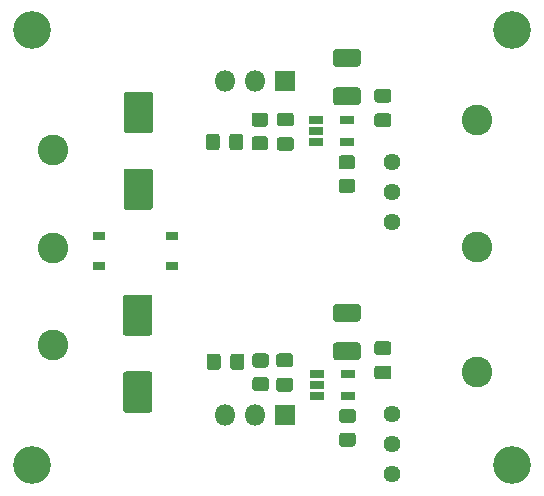
<source format=gbr>
G04 #@! TF.GenerationSoftware,KiCad,Pcbnew,(5.1.7-0-10_14)*
G04 #@! TF.CreationDate,2020-11-05T19:54:46+01:00*
G04 #@! TF.ProjectId,lv-lownoise-psu,6c762d6c-6f77-46e6-9f69-73652d707375,rev?*
G04 #@! TF.SameCoordinates,Original*
G04 #@! TF.FileFunction,Soldermask,Top*
G04 #@! TF.FilePolarity,Negative*
%FSLAX46Y46*%
G04 Gerber Fmt 4.6, Leading zero omitted, Abs format (unit mm)*
G04 Created by KiCad (PCBNEW (5.1.7-0-10_14)) date 2020-11-05 19:54:46*
%MOMM*%
%LPD*%
G01*
G04 APERTURE LIST*
%ADD10O,1.800000X1.800000*%
%ADD11R,1.800000X1.800000*%
%ADD12R,1.220000X0.650000*%
%ADD13C,1.440000*%
%ADD14C,2.600000*%
%ADD15C,3.200000*%
%ADD16R,1.000000X0.800000*%
G04 APERTURE END LIST*
G36*
G01*
X104007499Y-75076000D02*
X104907501Y-75076000D01*
G75*
G02*
X105157500Y-75325999I0J-249999D01*
G01*
X105157500Y-76026001D01*
G75*
G02*
X104907501Y-76276000I-249999J0D01*
G01*
X104007499Y-76276000D01*
G75*
G02*
X103757500Y-76026001I0J249999D01*
G01*
X103757500Y-75325999D01*
G75*
G02*
X104007499Y-75076000I249999J0D01*
G01*
G37*
G36*
G01*
X104007499Y-73076000D02*
X104907501Y-73076000D01*
G75*
G02*
X105157500Y-73325999I0J-249999D01*
G01*
X105157500Y-74026001D01*
G75*
G02*
X104907501Y-74276000I-249999J0D01*
G01*
X104007499Y-74276000D01*
G75*
G02*
X103757500Y-74026001I0J249999D01*
G01*
X103757500Y-73325999D01*
G75*
G02*
X104007499Y-73076000I249999J0D01*
G01*
G37*
G36*
G01*
X101889000Y-74237001D02*
X101889000Y-73336999D01*
G75*
G02*
X102138999Y-73087000I249999J0D01*
G01*
X102839001Y-73087000D01*
G75*
G02*
X103089000Y-73336999I0J-249999D01*
G01*
X103089000Y-74237001D01*
G75*
G02*
X102839001Y-74487000I-249999J0D01*
G01*
X102138999Y-74487000D01*
G75*
G02*
X101889000Y-74237001I0J249999D01*
G01*
G37*
G36*
G01*
X99889000Y-74237001D02*
X99889000Y-73336999D01*
G75*
G02*
X100138999Y-73087000I249999J0D01*
G01*
X100839001Y-73087000D01*
G75*
G02*
X101089000Y-73336999I0J-249999D01*
G01*
X101089000Y-74237001D01*
G75*
G02*
X100839001Y-74487000I-249999J0D01*
G01*
X100138999Y-74487000D01*
G75*
G02*
X99889000Y-74237001I0J249999D01*
G01*
G37*
G36*
G01*
X101009500Y-54731499D02*
X101009500Y-55631501D01*
G75*
G02*
X100759501Y-55881500I-249999J0D01*
G01*
X100059499Y-55881500D01*
G75*
G02*
X99809500Y-55631501I0J249999D01*
G01*
X99809500Y-54731499D01*
G75*
G02*
X100059499Y-54481500I249999J0D01*
G01*
X100759501Y-54481500D01*
G75*
G02*
X101009500Y-54731499I0J-249999D01*
G01*
G37*
G36*
G01*
X103009500Y-54731499D02*
X103009500Y-55631501D01*
G75*
G02*
X102759501Y-55881500I-249999J0D01*
G01*
X102059499Y-55881500D01*
G75*
G02*
X101809500Y-55631501I0J249999D01*
G01*
X101809500Y-54731499D01*
G75*
G02*
X102059499Y-54481500I249999J0D01*
G01*
X102759501Y-54481500D01*
G75*
G02*
X103009500Y-54731499I0J-249999D01*
G01*
G37*
G36*
G01*
X103943999Y-54692500D02*
X104844001Y-54692500D01*
G75*
G02*
X105094000Y-54942499I0J-249999D01*
G01*
X105094000Y-55642501D01*
G75*
G02*
X104844001Y-55892500I-249999J0D01*
G01*
X103943999Y-55892500D01*
G75*
G02*
X103694000Y-55642501I0J249999D01*
G01*
X103694000Y-54942499D01*
G75*
G02*
X103943999Y-54692500I249999J0D01*
G01*
G37*
G36*
G01*
X103943999Y-52692500D02*
X104844001Y-52692500D01*
G75*
G02*
X105094000Y-52942499I0J-249999D01*
G01*
X105094000Y-53642501D01*
G75*
G02*
X104844001Y-53892500I-249999J0D01*
G01*
X103943999Y-53892500D01*
G75*
G02*
X103694000Y-53642501I0J249999D01*
G01*
X103694000Y-52942499D01*
G75*
G02*
X103943999Y-52692500I249999J0D01*
G01*
G37*
D10*
X101409500Y-78295500D03*
X103949500Y-78295500D03*
D11*
X106489500Y-78295500D03*
D10*
X101473000Y-49974500D03*
X104013000Y-49974500D03*
D11*
X106553000Y-49974500D03*
D12*
X111840000Y-74803000D03*
X111840000Y-76703000D03*
X109220000Y-76703000D03*
X109220000Y-75753000D03*
X109220000Y-74803000D03*
X111741001Y-53302001D03*
X111741001Y-55202001D03*
X109121001Y-55202001D03*
X109121001Y-54252001D03*
X109121001Y-53302001D03*
D13*
X115620800Y-83312000D03*
X115620800Y-80772000D03*
X115620800Y-78232000D03*
X115570000Y-61976000D03*
X115570000Y-59436000D03*
X115570000Y-56896000D03*
G36*
G01*
X112260801Y-78984400D02*
X111360799Y-78984400D01*
G75*
G02*
X111110800Y-78734401I0J249999D01*
G01*
X111110800Y-78034399D01*
G75*
G02*
X111360799Y-77784400I249999J0D01*
G01*
X112260801Y-77784400D01*
G75*
G02*
X112510800Y-78034399I0J-249999D01*
G01*
X112510800Y-78734401D01*
G75*
G02*
X112260801Y-78984400I-249999J0D01*
G01*
G37*
G36*
G01*
X112260801Y-80984400D02*
X111360799Y-80984400D01*
G75*
G02*
X111110800Y-80734401I0J249999D01*
G01*
X111110800Y-80034399D01*
G75*
G02*
X111360799Y-79784400I249999J0D01*
G01*
X112260801Y-79784400D01*
G75*
G02*
X112510800Y-80034399I0J-249999D01*
G01*
X112510800Y-80734401D01*
G75*
G02*
X112260801Y-80984400I-249999J0D01*
G01*
G37*
G36*
G01*
X111309999Y-58296000D02*
X112210001Y-58296000D01*
G75*
G02*
X112460000Y-58545999I0J-249999D01*
G01*
X112460000Y-59246001D01*
G75*
G02*
X112210001Y-59496000I-249999J0D01*
G01*
X111309999Y-59496000D01*
G75*
G02*
X111060000Y-59246001I0J249999D01*
G01*
X111060000Y-58545999D01*
G75*
G02*
X111309999Y-58296000I249999J0D01*
G01*
G37*
G36*
G01*
X111309999Y-56296000D02*
X112210001Y-56296000D01*
G75*
G02*
X112460000Y-56545999I0J-249999D01*
G01*
X112460000Y-57246001D01*
G75*
G02*
X112210001Y-57496000I-249999J0D01*
G01*
X111309999Y-57496000D01*
G75*
G02*
X111060000Y-57246001I0J249999D01*
G01*
X111060000Y-56545999D01*
G75*
G02*
X111309999Y-56296000I249999J0D01*
G01*
G37*
D14*
X122809000Y-74676000D03*
X122809000Y-64058800D03*
X122809000Y-53340000D03*
X86868000Y-55880000D03*
X86868000Y-64135000D03*
X86868000Y-72390000D03*
D15*
X125730000Y-45720000D03*
X125730000Y-82550000D03*
X85090000Y-82550000D03*
X85090000Y-45720000D03*
D16*
X96964500Y-63119000D03*
X96964500Y-65659000D03*
X90814500Y-65659000D03*
X90814500Y-63119000D03*
G36*
G01*
X114333000Y-74110000D02*
X115283000Y-74110000D01*
G75*
G02*
X115533000Y-74360000I0J-250000D01*
G01*
X115533000Y-75035000D01*
G75*
G02*
X115283000Y-75285000I-250000J0D01*
G01*
X114333000Y-75285000D01*
G75*
G02*
X114083000Y-75035000I0J250000D01*
G01*
X114083000Y-74360000D01*
G75*
G02*
X114333000Y-74110000I250000J0D01*
G01*
G37*
G36*
G01*
X114333000Y-72035000D02*
X115283000Y-72035000D01*
G75*
G02*
X115533000Y-72285000I0J-250000D01*
G01*
X115533000Y-72960000D01*
G75*
G02*
X115283000Y-73210000I-250000J0D01*
G01*
X114333000Y-73210000D01*
G75*
G02*
X114083000Y-72960000I0J250000D01*
G01*
X114083000Y-72285000D01*
G75*
G02*
X114333000Y-72035000I250000J0D01*
G01*
G37*
G36*
G01*
X115283000Y-51852500D02*
X114333000Y-51852500D01*
G75*
G02*
X114083000Y-51602500I0J250000D01*
G01*
X114083000Y-50927500D01*
G75*
G02*
X114333000Y-50677500I250000J0D01*
G01*
X115283000Y-50677500D01*
G75*
G02*
X115533000Y-50927500I0J-250000D01*
G01*
X115533000Y-51602500D01*
G75*
G02*
X115283000Y-51852500I-250000J0D01*
G01*
G37*
G36*
G01*
X115283000Y-53927500D02*
X114333000Y-53927500D01*
G75*
G02*
X114083000Y-53677500I0J250000D01*
G01*
X114083000Y-53002500D01*
G75*
G02*
X114333000Y-52752500I250000J0D01*
G01*
X115283000Y-52752500D01*
G75*
G02*
X115533000Y-53002500I0J-250000D01*
G01*
X115533000Y-53677500D01*
G75*
G02*
X115283000Y-53927500I-250000J0D01*
G01*
G37*
G36*
G01*
X110835000Y-72148000D02*
X112685000Y-72148000D01*
G75*
G02*
X112935000Y-72398000I0J-250000D01*
G01*
X112935000Y-73398000D01*
G75*
G02*
X112685000Y-73648000I-250000J0D01*
G01*
X110835000Y-73648000D01*
G75*
G02*
X110585000Y-73398000I0J250000D01*
G01*
X110585000Y-72398000D01*
G75*
G02*
X110835000Y-72148000I250000J0D01*
G01*
G37*
G36*
G01*
X110835000Y-68898000D02*
X112685000Y-68898000D01*
G75*
G02*
X112935000Y-69148000I0J-250000D01*
G01*
X112935000Y-70148000D01*
G75*
G02*
X112685000Y-70398000I-250000J0D01*
G01*
X110835000Y-70398000D01*
G75*
G02*
X110585000Y-70148000I0J250000D01*
G01*
X110585000Y-69148000D01*
G75*
G02*
X110835000Y-68898000I250000J0D01*
G01*
G37*
G36*
G01*
X112685000Y-48808000D02*
X110835000Y-48808000D01*
G75*
G02*
X110585000Y-48558000I0J250000D01*
G01*
X110585000Y-47558000D01*
G75*
G02*
X110835000Y-47308000I250000J0D01*
G01*
X112685000Y-47308000D01*
G75*
G02*
X112935000Y-47558000I0J-250000D01*
G01*
X112935000Y-48558000D01*
G75*
G02*
X112685000Y-48808000I-250000J0D01*
G01*
G37*
G36*
G01*
X112685000Y-52058000D02*
X110835000Y-52058000D01*
G75*
G02*
X110585000Y-51808000I0J250000D01*
G01*
X110585000Y-50808000D01*
G75*
G02*
X110835000Y-50558000I250000J0D01*
G01*
X112685000Y-50558000D01*
G75*
G02*
X112935000Y-50808000I0J-250000D01*
G01*
X112935000Y-51808000D01*
G75*
G02*
X112685000Y-52058000I-250000J0D01*
G01*
G37*
G36*
G01*
X106014500Y-75147500D02*
X106964500Y-75147500D01*
G75*
G02*
X107214500Y-75397500I0J-250000D01*
G01*
X107214500Y-76072500D01*
G75*
G02*
X106964500Y-76322500I-250000J0D01*
G01*
X106014500Y-76322500D01*
G75*
G02*
X105764500Y-76072500I0J250000D01*
G01*
X105764500Y-75397500D01*
G75*
G02*
X106014500Y-75147500I250000J0D01*
G01*
G37*
G36*
G01*
X106014500Y-73072500D02*
X106964500Y-73072500D01*
G75*
G02*
X107214500Y-73322500I0J-250000D01*
G01*
X107214500Y-73997500D01*
G75*
G02*
X106964500Y-74247500I-250000J0D01*
G01*
X106014500Y-74247500D01*
G75*
G02*
X105764500Y-73997500I0J250000D01*
G01*
X105764500Y-73322500D01*
G75*
G02*
X106014500Y-73072500I250000J0D01*
G01*
G37*
G36*
G01*
X106078000Y-54764000D02*
X107028000Y-54764000D01*
G75*
G02*
X107278000Y-55014000I0J-250000D01*
G01*
X107278000Y-55689000D01*
G75*
G02*
X107028000Y-55939000I-250000J0D01*
G01*
X106078000Y-55939000D01*
G75*
G02*
X105828000Y-55689000I0J250000D01*
G01*
X105828000Y-55014000D01*
G75*
G02*
X106078000Y-54764000I250000J0D01*
G01*
G37*
G36*
G01*
X106078000Y-52689000D02*
X107028000Y-52689000D01*
G75*
G02*
X107278000Y-52939000I0J-250000D01*
G01*
X107278000Y-53614000D01*
G75*
G02*
X107028000Y-53864000I-250000J0D01*
G01*
X106078000Y-53864000D01*
G75*
G02*
X105828000Y-53614000I0J250000D01*
G01*
X105828000Y-52939000D01*
G75*
G02*
X106078000Y-52689000I250000J0D01*
G01*
G37*
G36*
G01*
X95043500Y-71600000D02*
X93043500Y-71600000D01*
G75*
G02*
X92793500Y-71350000I0J250000D01*
G01*
X92793500Y-68350000D01*
G75*
G02*
X93043500Y-68100000I250000J0D01*
G01*
X95043500Y-68100000D01*
G75*
G02*
X95293500Y-68350000I0J-250000D01*
G01*
X95293500Y-71350000D01*
G75*
G02*
X95043500Y-71600000I-250000J0D01*
G01*
G37*
G36*
G01*
X95043500Y-78100000D02*
X93043500Y-78100000D01*
G75*
G02*
X92793500Y-77850000I0J250000D01*
G01*
X92793500Y-74850000D01*
G75*
G02*
X93043500Y-74600000I250000J0D01*
G01*
X95043500Y-74600000D01*
G75*
G02*
X95293500Y-74850000I0J-250000D01*
G01*
X95293500Y-77850000D01*
G75*
G02*
X95043500Y-78100000I-250000J0D01*
G01*
G37*
G36*
G01*
X95107000Y-54432000D02*
X93107000Y-54432000D01*
G75*
G02*
X92857000Y-54182000I0J250000D01*
G01*
X92857000Y-51182000D01*
G75*
G02*
X93107000Y-50932000I250000J0D01*
G01*
X95107000Y-50932000D01*
G75*
G02*
X95357000Y-51182000I0J-250000D01*
G01*
X95357000Y-54182000D01*
G75*
G02*
X95107000Y-54432000I-250000J0D01*
G01*
G37*
G36*
G01*
X95107000Y-60932000D02*
X93107000Y-60932000D01*
G75*
G02*
X92857000Y-60682000I0J250000D01*
G01*
X92857000Y-57682000D01*
G75*
G02*
X93107000Y-57432000I250000J0D01*
G01*
X95107000Y-57432000D01*
G75*
G02*
X95357000Y-57682000I0J-250000D01*
G01*
X95357000Y-60682000D01*
G75*
G02*
X95107000Y-60932000I-250000J0D01*
G01*
G37*
M02*

</source>
